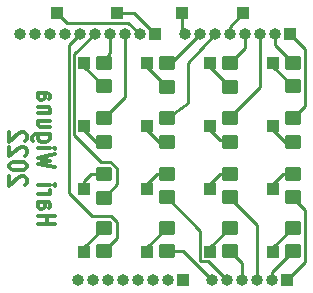
<source format=gbr>
%TF.GenerationSoftware,KiCad,Pcbnew,(6.0.2)*%
%TF.CreationDate,2022-06-08T23:24:18-05:00*%
%TF.ProjectId,UnoMiniCube,556e6f4d-696e-4694-9375-62652e6b6963,rev?*%
%TF.SameCoordinates,Original*%
%TF.FileFunction,Copper,L2,Bot*%
%TF.FilePolarity,Positive*%
%FSLAX46Y46*%
G04 Gerber Fmt 4.6, Leading zero omitted, Abs format (unit mm)*
G04 Created by KiCad (PCBNEW (6.0.2)) date 2022-06-08 23:24:18*
%MOMM*%
%LPD*%
G01*
G04 APERTURE LIST*
G04 Aperture macros list*
%AMRoundRect*
0 Rectangle with rounded corners*
0 $1 Rounding radius*
0 $2 $3 $4 $5 $6 $7 $8 $9 X,Y pos of 4 corners*
0 Add a 4 corners polygon primitive as box body*
4,1,4,$2,$3,$4,$5,$6,$7,$8,$9,$2,$3,0*
0 Add four circle primitives for the rounded corners*
1,1,$1+$1,$2,$3*
1,1,$1+$1,$4,$5*
1,1,$1+$1,$6,$7*
1,1,$1+$1,$8,$9*
0 Add four rect primitives between the rounded corners*
20,1,$1+$1,$2,$3,$4,$5,0*
20,1,$1+$1,$4,$5,$6,$7,0*
20,1,$1+$1,$6,$7,$8,$9,0*
20,1,$1+$1,$8,$9,$2,$3,0*%
G04 Aperture macros list end*
%ADD10C,0.300000*%
%TA.AperFunction,NonConductor*%
%ADD11C,0.300000*%
%TD*%
%TA.AperFunction,ComponentPad*%
%ADD12R,1.000000X1.000000*%
%TD*%
%TA.AperFunction,SMDPad,CuDef*%
%ADD13RoundRect,0.250000X-0.450000X0.350000X-0.450000X-0.350000X0.450000X-0.350000X0.450000X0.350000X0*%
%TD*%
%TA.AperFunction,SMDPad,CuDef*%
%ADD14RoundRect,0.250000X0.450000X-0.350000X0.450000X0.350000X-0.450000X0.350000X-0.450000X-0.350000X0*%
%TD*%
%TA.AperFunction,ComponentPad*%
%ADD15O,1.000000X1.000000*%
%TD*%
%TA.AperFunction,Conductor*%
%ADD16C,0.250000*%
%TD*%
G04 APERTURE END LIST*
D10*
D11*
X143530928Y-95614428D02*
X145030928Y-95614428D01*
X144316642Y-95614428D02*
X144316642Y-94871571D01*
X143530928Y-94871571D02*
X145030928Y-94871571D01*
X143530928Y-93695380D02*
X144316642Y-93695380D01*
X144459500Y-93757285D01*
X144530928Y-93881095D01*
X144530928Y-94128714D01*
X144459500Y-94252523D01*
X143602357Y-93695380D02*
X143530928Y-93819190D01*
X143530928Y-94128714D01*
X143602357Y-94252523D01*
X143745214Y-94314428D01*
X143888071Y-94314428D01*
X144030928Y-94252523D01*
X144102357Y-94128714D01*
X144102357Y-93819190D01*
X144173785Y-93695380D01*
X143530928Y-93076333D02*
X144530928Y-93076333D01*
X144245214Y-93076333D02*
X144388071Y-93014428D01*
X144459500Y-92952523D01*
X144530928Y-92828714D01*
X144530928Y-92704904D01*
X143530928Y-92271571D02*
X144530928Y-92271571D01*
X145030928Y-92271571D02*
X144959500Y-92333476D01*
X144888071Y-92271571D01*
X144959500Y-92209666D01*
X145030928Y-92271571D01*
X144888071Y-92271571D01*
X145030928Y-90785857D02*
X143530928Y-90476333D01*
X144602357Y-90228714D01*
X143530928Y-89981095D01*
X145030928Y-89671571D01*
X143530928Y-89176333D02*
X144530928Y-89176333D01*
X145030928Y-89176333D02*
X144959500Y-89238238D01*
X144888071Y-89176333D01*
X144959500Y-89114428D01*
X145030928Y-89176333D01*
X144888071Y-89176333D01*
X144530928Y-88000142D02*
X143316642Y-88000142D01*
X143173785Y-88062047D01*
X143102357Y-88123952D01*
X143030928Y-88247761D01*
X143030928Y-88433476D01*
X143102357Y-88557285D01*
X143602357Y-88000142D02*
X143530928Y-88123952D01*
X143530928Y-88371571D01*
X143602357Y-88495380D01*
X143673785Y-88557285D01*
X143816642Y-88619190D01*
X144245214Y-88619190D01*
X144388071Y-88557285D01*
X144459500Y-88495380D01*
X144530928Y-88371571D01*
X144530928Y-88123952D01*
X144459500Y-88000142D01*
X144530928Y-86823952D02*
X143530928Y-86823952D01*
X144530928Y-87381095D02*
X143745214Y-87381095D01*
X143602357Y-87319190D01*
X143530928Y-87195380D01*
X143530928Y-87009666D01*
X143602357Y-86885857D01*
X143673785Y-86823952D01*
X144530928Y-86204904D02*
X143530928Y-86204904D01*
X144388071Y-86204904D02*
X144459500Y-86143000D01*
X144530928Y-86019190D01*
X144530928Y-85833476D01*
X144459500Y-85709666D01*
X144316642Y-85647761D01*
X143530928Y-85647761D01*
X143530928Y-84471571D02*
X144316642Y-84471571D01*
X144459500Y-84533476D01*
X144530928Y-84657285D01*
X144530928Y-84904904D01*
X144459500Y-85028714D01*
X143602357Y-84471571D02*
X143530928Y-84595380D01*
X143530928Y-84904904D01*
X143602357Y-85028714D01*
X143745214Y-85090619D01*
X143888071Y-85090619D01*
X144030928Y-85028714D01*
X144102357Y-84904904D01*
X144102357Y-84595380D01*
X144173785Y-84471571D01*
X142473071Y-92271571D02*
X142544500Y-92209666D01*
X142615928Y-92085857D01*
X142615928Y-91776333D01*
X142544500Y-91652523D01*
X142473071Y-91590619D01*
X142330214Y-91528714D01*
X142187357Y-91528714D01*
X141973071Y-91590619D01*
X141115928Y-92333476D01*
X141115928Y-91528714D01*
X142615928Y-90723952D02*
X142615928Y-90600142D01*
X142544500Y-90476333D01*
X142473071Y-90414428D01*
X142330214Y-90352523D01*
X142044500Y-90290619D01*
X141687357Y-90290619D01*
X141401642Y-90352523D01*
X141258785Y-90414428D01*
X141187357Y-90476333D01*
X141115928Y-90600142D01*
X141115928Y-90723952D01*
X141187357Y-90847761D01*
X141258785Y-90909666D01*
X141401642Y-90971571D01*
X141687357Y-91033476D01*
X142044500Y-91033476D01*
X142330214Y-90971571D01*
X142473071Y-90909666D01*
X142544500Y-90847761D01*
X142615928Y-90723952D01*
X142473071Y-89795380D02*
X142544500Y-89733476D01*
X142615928Y-89609666D01*
X142615928Y-89300142D01*
X142544500Y-89176333D01*
X142473071Y-89114428D01*
X142330214Y-89052523D01*
X142187357Y-89052523D01*
X141973071Y-89114428D01*
X141115928Y-89857285D01*
X141115928Y-89052523D01*
X142473071Y-88557285D02*
X142544500Y-88495380D01*
X142615928Y-88371571D01*
X142615928Y-88062047D01*
X142544500Y-87938238D01*
X142473071Y-87876333D01*
X142330214Y-87814428D01*
X142187357Y-87814428D01*
X141973071Y-87876333D01*
X141115928Y-88619190D01*
X141115928Y-87814428D01*
D12*
%TO.P,P18,1,Pin_1*%
%TO.N,Net-(P18-Pad1)*%
X163449000Y-97917000D03*
%TD*%
D13*
%TO.P,R14,1*%
%TO.N,Net-(P13-Pad1)*%
X149098000Y-95885000D03*
%TO.P,R14,2*%
%TO.N,/D13*%
X149098000Y-97885000D03*
%TD*%
%TO.P,R16,1*%
%TO.N,Net-(P18-Pad1)*%
X165100000Y-95901000D03*
%TO.P,R16,2*%
%TO.N,/A4*%
X165100000Y-97901000D03*
%TD*%
D14*
%TO.P,R6,1*%
%TO.N,Net-(P5-Pad1)*%
X154432000Y-88612000D03*
%TO.P,R6,2*%
%TO.N,/D5*%
X154432000Y-86612000D03*
%TD*%
D12*
%TO.P,J1,1,Pin_1*%
%TO.N,/D0*%
X164851000Y-79502000D03*
D15*
%TO.P,J1,2,Pin_2*%
%TO.N,/D1*%
X163581000Y-79502000D03*
%TO.P,J1,3,Pin_3*%
%TO.N,/D2*%
X162311000Y-79502000D03*
%TO.P,J1,4,Pin_4*%
%TO.N,/D3*%
X161041000Y-79502000D03*
%TO.P,J1,5,Pin_5*%
%TO.N,/D4*%
X159771000Y-79502000D03*
%TO.P,J1,6,Pin_6*%
%TO.N,/D5*%
X158501000Y-79502000D03*
%TO.P,J1,7,Pin_7*%
%TO.N,/D6*%
X157231000Y-79502000D03*
%TO.P,J1,8,Pin_8*%
%TO.N,/D7*%
X155961000Y-79502000D03*
%TD*%
D12*
%TO.P,P8,1,Pin_1*%
%TO.N,/D8*%
X150241000Y-77724000D03*
%TD*%
D14*
%TO.P,R1,1*%
%TO.N,Net-(P0-Pad1)*%
X165100000Y-88612000D03*
%TO.P,R1,2*%
%TO.N,/D0*%
X165100000Y-86612000D03*
%TD*%
D12*
%TO.P,P13,1,Pin_1*%
%TO.N,Net-(P13-Pad1)*%
X147447000Y-97917000D03*
%TD*%
%TO.P,J2,1,Pin_1*%
%TO.N,/D8*%
X153426000Y-79502000D03*
D15*
%TO.P,J2,2,Pin_2*%
%TO.N,/D9*%
X152156000Y-79502000D03*
%TO.P,J2,3,Pin_3*%
%TO.N,/D10*%
X150886000Y-79502000D03*
%TO.P,J2,4,Pin_4*%
%TO.N,/D11*%
X149616000Y-79502000D03*
%TO.P,J2,5,Pin_5*%
%TO.N,/D12*%
X148346000Y-79502000D03*
%TO.P,J2,6,Pin_6*%
%TO.N,/D13*%
X147076000Y-79502000D03*
%TO.P,J2,7,Pin_7*%
%TO.N,/GND*%
X145806000Y-79502000D03*
%TO.P,J2,8,Pin_8*%
%TO.N,/AREF*%
X144536000Y-79502000D03*
%TO.P,J2,9,Pin_9*%
%TO.N,/SDA*%
X143266000Y-79502000D03*
%TO.P,J2,10,Pin_10*%
%TO.N,/SCL*%
X141996000Y-79502000D03*
%TD*%
D13*
%TO.P,R18,1*%
%TO.N,Net-(P15-Pad1)*%
X154432000Y-91329000D03*
%TO.P,R18,2*%
%TO.N,/A1*%
X154432000Y-93329000D03*
%TD*%
D14*
%TO.P,R12,1*%
%TO.N,Net-(P11-Pad1)*%
X149098000Y-83915000D03*
%TO.P,R12,2*%
%TO.N,/D11*%
X149098000Y-81915000D03*
%TD*%
D12*
%TO.P,P17,1,Pin_1*%
%TO.N,Net-(P17-Pad1)*%
X158115000Y-92583000D03*
%TD*%
%TO.P,P2,1,Pin_1*%
%TO.N,Net-(P2-Pad1)*%
X158115000Y-87249000D03*
%TD*%
D13*
%TO.P,R5,1*%
%TO.N,Net-(P17-Pad1)*%
X159766000Y-91329000D03*
%TO.P,R5,2*%
%TO.N,/A3*%
X159766000Y-93329000D03*
%TD*%
D14*
%TO.P,R3,1*%
%TO.N,Net-(P2-Pad1)*%
X159766000Y-88612000D03*
%TO.P,R3,2*%
%TO.N,/D2*%
X159766000Y-86612000D03*
%TD*%
D12*
%TO.P,J4,1,Pin_1*%
%TO.N,/VIN*%
X155834000Y-100330000D03*
D15*
%TO.P,J4,2,Pin_2*%
%TO.N,/GND*%
X154564000Y-100330000D03*
%TO.P,J4,3,Pin_3*%
X153294000Y-100330000D03*
%TO.P,J4,4,Pin_4*%
%TO.N,/+5*%
X152024000Y-100330000D03*
%TO.P,J4,5,Pin_5*%
%TO.N,/+3*%
X150754000Y-100330000D03*
%TO.P,J4,6,Pin_6*%
%TO.N,/RST*%
X149484000Y-100330000D03*
%TO.P,J4,7,Pin_7*%
%TO.N,/IREF*%
X148214000Y-100330000D03*
%TO.P,J4,8,Pin_8*%
%TO.N,/NC*%
X146944000Y-100330000D03*
%TD*%
D14*
%TO.P,R2,1*%
%TO.N,Net-(P1-Pad1)*%
X165100000Y-83931000D03*
%TO.P,R2,2*%
%TO.N,/D1*%
X165100000Y-81931000D03*
%TD*%
D12*
%TO.P,P4,1,Pin_1*%
%TO.N,/D4*%
X160909000Y-77724000D03*
%TD*%
%TO.P,J3,1,Pin_1*%
%TO.N,/A5*%
X164592000Y-100330000D03*
D15*
%TO.P,J3,2,Pin_2*%
%TO.N,/A4*%
X163322000Y-100330000D03*
%TO.P,J3,3,Pin_3*%
%TO.N,/A3*%
X162052000Y-100330000D03*
%TO.P,J3,4,Pin_4*%
%TO.N,/A2*%
X160782000Y-100330000D03*
%TO.P,J3,5,Pin_5*%
%TO.N,/A1*%
X159512000Y-100330000D03*
%TO.P,J3,6,Pin_6*%
%TO.N,/A0*%
X158242000Y-100330000D03*
%TD*%
D12*
%TO.P,P0,1,Pin_1*%
%TO.N,Net-(P0-Pad1)*%
X163449000Y-87249000D03*
%TD*%
D13*
%TO.P,R17,1*%
%TO.N,Net-(P16-Pad1)*%
X159766000Y-95885000D03*
%TO.P,R17,2*%
%TO.N,/A2*%
X159766000Y-97885000D03*
%TD*%
D12*
%TO.P,P11,1,Pin_1*%
%TO.N,Net-(P11-Pad1)*%
X147447000Y-81915000D03*
%TD*%
%TO.P,P6,1,Pin_1*%
%TO.N,Net-(P6-Pad1)*%
X152781000Y-81915000D03*
%TD*%
D13*
%TO.P,R15,1*%
%TO.N,Net-(P19-Pad1)*%
X165100000Y-91329000D03*
%TO.P,R15,2*%
%TO.N,/A5*%
X165100000Y-93329000D03*
%TD*%
%TO.P,R19,1*%
%TO.N,Net-(P14-Pad1)*%
X154432000Y-95901000D03*
%TO.P,R19,2*%
%TO.N,/A0*%
X154432000Y-97901000D03*
%TD*%
%TO.P,R13,1*%
%TO.N,Net-(P12-Pad1)*%
X149098000Y-91345000D03*
%TO.P,R13,2*%
%TO.N,/D12*%
X149098000Y-93345000D03*
%TD*%
D12*
%TO.P,P7,1,Pin_1*%
%TO.N,/D7*%
X155702000Y-77724000D03*
%TD*%
D14*
%TO.P,R11,1*%
%TO.N,Net-(P10-Pad1)*%
X149098000Y-88612000D03*
%TO.P,R11,2*%
%TO.N,/D10*%
X149098000Y-86612000D03*
%TD*%
D12*
%TO.P,P15,1,Pin_1*%
%TO.N,Net-(P15-Pad1)*%
X152781000Y-92583000D03*
%TD*%
D14*
%TO.P,R7,1*%
%TO.N,Net-(P6-Pad1)*%
X154432000Y-83947000D03*
%TO.P,R7,2*%
%TO.N,/D6*%
X154432000Y-81947000D03*
%TD*%
D12*
%TO.P,P12,1,Pin_1*%
%TO.N,Net-(P12-Pad1)*%
X147447000Y-92583000D03*
%TD*%
%TO.P,P14,1,Pin_1*%
%TO.N,Net-(P14-Pad1)*%
X152781000Y-97917000D03*
%TD*%
%TO.P,P5,1,Pin_1*%
%TO.N,Net-(P5-Pad1)*%
X152781000Y-87249000D03*
%TD*%
%TO.P,P1,1,Pin_1*%
%TO.N,Net-(P1-Pad1)*%
X163449000Y-81915000D03*
%TD*%
%TO.P,P16,1,Pin_1*%
%TO.N,Net-(P16-Pad1)*%
X158115000Y-97917000D03*
%TD*%
%TO.P,P19,1,Pin_1*%
%TO.N,Net-(P19-Pad1)*%
X163449000Y-92583000D03*
%TD*%
%TO.P,P3,1,Pin_1*%
%TO.N,Net-(P3-Pad1)*%
X158115000Y-81915000D03*
%TD*%
D14*
%TO.P,R4,1*%
%TO.N,Net-(P3-Pad1)*%
X159766000Y-83947000D03*
%TO.P,R4,2*%
%TO.N,/D3*%
X159766000Y-81947000D03*
%TD*%
D12*
%TO.P,P10,1,Pin_1*%
%TO.N,Net-(P10-Pad1)*%
X147447000Y-87249000D03*
%TD*%
%TO.P,P9,1,Pin_1*%
%TO.N,/D9*%
X145161000Y-77724000D03*
%TD*%
D16*
%TO.N,/D0*%
X166124520Y-85587480D02*
X165100000Y-86612000D01*
X166124520Y-80775520D02*
X166124520Y-85587480D01*
X164851000Y-79502000D02*
X166124520Y-80775520D01*
%TO.N,/D1*%
X163581000Y-79502000D02*
X163581000Y-80412000D01*
X163581000Y-80412000D02*
X165100000Y-81931000D01*
%TO.N,/D2*%
X162311000Y-83958000D02*
X159766000Y-86503000D01*
X162311000Y-79502000D02*
X162311000Y-83958000D01*
%TO.N,/D3*%
X161041000Y-79502000D02*
X161041000Y-80672000D01*
X161041000Y-80672000D02*
X159766000Y-81947000D01*
%TO.N,/D4*%
X159771000Y-79502000D02*
X159771000Y-78862000D01*
X159771000Y-78862000D02*
X160909000Y-77724000D01*
%TO.N,/D5*%
X158501000Y-79502000D02*
X156210000Y-81915000D01*
X156210000Y-81915000D02*
X156210000Y-85344000D01*
X156210000Y-85344000D02*
X154432000Y-86612000D01*
%TO.N,/D6*%
X157231000Y-79502000D02*
X154786000Y-81947000D01*
X154786000Y-81947000D02*
X154432000Y-81947000D01*
%TO.N,/D7*%
X155702000Y-79243000D02*
X155961000Y-79502000D01*
X155961000Y-77983000D02*
X155702000Y-77724000D01*
X155702000Y-77724000D02*
X155702000Y-79243000D01*
%TO.N,/A0*%
X155813000Y-97901000D02*
X154432000Y-97901000D01*
X158242000Y-100330000D02*
X155813000Y-97901000D01*
%TO.N,/A1*%
X159512000Y-100330000D02*
X157923511Y-98741511D01*
X157923511Y-98741511D02*
X157290489Y-98741511D01*
X157290489Y-98741511D02*
X157290489Y-96187489D01*
X157290489Y-96187489D02*
X154432000Y-93329000D01*
%TO.N,/A2*%
X160782000Y-100330000D02*
X160782000Y-98901000D01*
X160782000Y-98901000D02*
X159766000Y-97885000D01*
%TO.N,/A3*%
X162052000Y-100330000D02*
X162052000Y-95631000D01*
X162052000Y-95631000D02*
X159766000Y-93345000D01*
%TO.N,Net-(P0-Pad1)*%
X163449000Y-87630000D02*
X164431000Y-88612000D01*
X163449000Y-87249000D02*
X163449000Y-87630000D01*
X164431000Y-88612000D02*
X165100000Y-88612000D01*
%TO.N,Net-(P1-Pad1)*%
X163449000Y-82280000D02*
X165100000Y-83931000D01*
X163449000Y-81915000D02*
X163449000Y-82280000D01*
%TO.N,Net-(P2-Pad1)*%
X158988000Y-88503000D02*
X159766000Y-88503000D01*
X158115000Y-87249000D02*
X158115000Y-87630000D01*
X158115000Y-87630000D02*
X158988000Y-88503000D01*
%TO.N,Net-(P3-Pad1)*%
X158115000Y-81915000D02*
X158115000Y-82296000D01*
X158115000Y-82296000D02*
X159766000Y-83947000D01*
%TO.N,Net-(P5-Pad1)*%
X152781000Y-87249000D02*
X152781000Y-87630000D01*
X152781000Y-87630000D02*
X153763000Y-88612000D01*
X153763000Y-88612000D02*
X154432000Y-88612000D01*
%TO.N,Net-(P6-Pad1)*%
X152781000Y-81915000D02*
X152781000Y-82296000D01*
X152781000Y-82296000D02*
X154432000Y-83947000D01*
%TO.N,Net-(P10-Pad1)*%
X147447000Y-87630000D02*
X148429000Y-88612000D01*
X147447000Y-87249000D02*
X147447000Y-87630000D01*
X148429000Y-88612000D02*
X149098000Y-88612000D01*
%TO.N,Net-(P11-Pad1)*%
X147447000Y-82264000D02*
X149098000Y-83915000D01*
X147447000Y-81915000D02*
X147447000Y-82264000D01*
X147447000Y-81915000D02*
X147447000Y-82296000D01*
%TO.N,/D8*%
X151648000Y-77724000D02*
X150241000Y-77724000D01*
X153426000Y-79502000D02*
X151648000Y-77724000D01*
%TO.N,/D9*%
X145985511Y-78548511D02*
X145161000Y-77724000D01*
X152156000Y-79502000D02*
X151202511Y-78548511D01*
X151202511Y-78548511D02*
X145985511Y-78548511D01*
%TO.N,/D10*%
X150886000Y-84824000D02*
X149098000Y-86612000D01*
X150886000Y-79502000D02*
X150886000Y-84824000D01*
%TO.N,/D11*%
X149616000Y-79502000D02*
X149616000Y-81026000D01*
X149616000Y-81026000D02*
X149098000Y-81915000D01*
%TO.N,/D12*%
X150241000Y-92202000D02*
X149098000Y-93345000D01*
X150241000Y-90875507D02*
X150241000Y-92202000D01*
X148346000Y-79502000D02*
X146622489Y-81225511D01*
X146622489Y-88073511D02*
X148845978Y-90297000D01*
X146622489Y-81225511D02*
X146622489Y-88073511D01*
X148845978Y-90297000D02*
X149662493Y-90297000D01*
X149662493Y-90297000D02*
X150241000Y-90875507D01*
%TO.N,/D13*%
X147076000Y-79502000D02*
X146172969Y-80405031D01*
X149694493Y-94869000D02*
X150241000Y-95415507D01*
X146172969Y-92957991D02*
X148083978Y-94869000D01*
X150241000Y-96742000D02*
X149098000Y-97885000D01*
X148083978Y-94869000D02*
X149694493Y-94869000D01*
X146172969Y-80405031D02*
X146172969Y-92957991D01*
X150241000Y-95415507D02*
X150241000Y-96742000D01*
%TO.N,/A4*%
X163322000Y-100330000D02*
X163322000Y-99679000D01*
X163322000Y-99679000D02*
X165100000Y-97901000D01*
%TO.N,/A5*%
X166124520Y-98797480D02*
X166124520Y-94369520D01*
X164592000Y-100330000D02*
X166124520Y-98797480D01*
X166124520Y-94369520D02*
X165100000Y-93345000D01*
%TO.N,Net-(P12-Pad1)*%
X149098000Y-91345000D02*
X148050000Y-91345000D01*
X147447000Y-91948000D02*
X147447000Y-92583000D01*
X148050000Y-91345000D02*
X147447000Y-91948000D01*
%TO.N,Net-(P13-Pad1)*%
X147447000Y-97917000D02*
X147447000Y-97536000D01*
X147447000Y-97536000D02*
X149098000Y-95885000D01*
%TO.N,Net-(P14-Pad1)*%
X152781000Y-97917000D02*
X152781000Y-97552000D01*
X152781000Y-97552000D02*
X154432000Y-95901000D01*
%TO.N,Net-(P15-Pad1)*%
X152781000Y-92202000D02*
X153654000Y-91329000D01*
X153654000Y-91329000D02*
X154432000Y-91329000D01*
X152781000Y-92583000D02*
X152781000Y-92202000D01*
%TO.N,Net-(P16-Pad1)*%
X158115000Y-97536000D02*
X159766000Y-95885000D01*
X158115000Y-97917000D02*
X158115000Y-97536000D01*
%TO.N,Net-(P17-Pad1)*%
X158115000Y-92202000D02*
X158972000Y-91345000D01*
X158115000Y-92583000D02*
X158115000Y-92202000D01*
X158972000Y-91345000D02*
X159766000Y-91345000D01*
%TO.N,Net-(P18-Pad1)*%
X163449000Y-97917000D02*
X163449000Y-97552000D01*
X163449000Y-97552000D02*
X165100000Y-95901000D01*
%TO.N,Net-(P19-Pad1)*%
X164306000Y-91345000D02*
X165100000Y-91345000D01*
X163449000Y-92202000D02*
X164306000Y-91345000D01*
X163449000Y-92583000D02*
X163449000Y-92202000D01*
%TD*%
M02*

</source>
